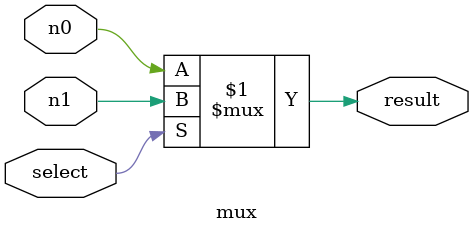
<source format=v>
module mux  #(parameter wd=1) (
    input   [wd-1:0]  n0,
    input   [wd-1:0]  n1,
    input           select,
    output  [wd-1:0]  result
    );

    assign result = (select) ? n1 : n0;

endmodule
</source>
